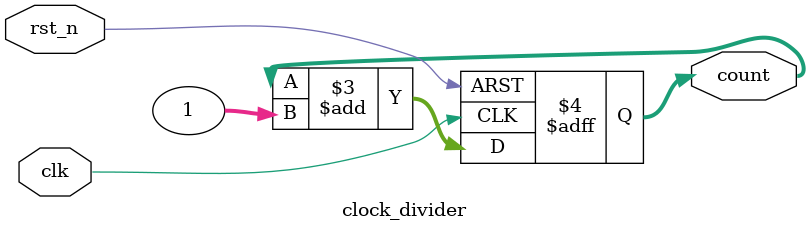
<source format=v>
`timescale 1ns / 1ps


module clock_divider(
    input clk,
    input rst_n,
    output reg [31:0] count
);
    always @(posedge clk or negedge rst_n) begin
        if (!rst_n)
            count <= 32'd0;
        else
            count <= count + 1;
    end
endmodule

</source>
